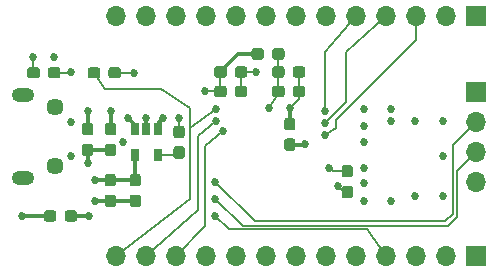
<source format=gbr>
G04 #@! TF.GenerationSoftware,KiCad,Pcbnew,(5.1.4)-1*
G04 #@! TF.CreationDate,2019-12-06T22:53:01-05:00*
G04 #@! TF.ProjectId,STM32G4DevBoard,53544d33-3247-4344-9465-76426f617264,rev?*
G04 #@! TF.SameCoordinates,Original*
G04 #@! TF.FileFunction,Copper,L4,Bot*
G04 #@! TF.FilePolarity,Positive*
%FSLAX46Y46*%
G04 Gerber Fmt 4.6, Leading zero omitted, Abs format (unit mm)*
G04 Created by KiCad (PCBNEW (5.1.4)-1) date 2019-12-06 22:53:01*
%MOMM*%
%LPD*%
G04 APERTURE LIST*
%ADD10C,0.100000*%
%ADD11C,0.950000*%
%ADD12O,1.700000X1.700000*%
%ADD13R,1.700000X1.700000*%
%ADD14O,1.900000X1.200000*%
%ADD15C,1.450000*%
%ADD16R,0.650000X1.060000*%
%ADD17C,0.685800*%
%ADD18C,0.203200*%
%ADD19C,0.152400*%
%ADD20C,0.304800*%
G04 APERTURE END LIST*
D10*
G36*
X117279379Y-85454344D02*
G01*
X117302434Y-85457763D01*
X117325043Y-85463427D01*
X117346987Y-85471279D01*
X117368057Y-85481244D01*
X117388048Y-85493226D01*
X117406768Y-85507110D01*
X117424038Y-85522762D01*
X117439690Y-85540032D01*
X117453574Y-85558752D01*
X117465556Y-85578743D01*
X117475521Y-85599813D01*
X117483373Y-85621757D01*
X117489037Y-85644366D01*
X117492456Y-85667421D01*
X117493600Y-85690700D01*
X117493600Y-86165700D01*
X117492456Y-86188979D01*
X117489037Y-86212034D01*
X117483373Y-86234643D01*
X117475521Y-86256587D01*
X117465556Y-86277657D01*
X117453574Y-86297648D01*
X117439690Y-86316368D01*
X117424038Y-86333638D01*
X117406768Y-86349290D01*
X117388048Y-86363174D01*
X117368057Y-86375156D01*
X117346987Y-86385121D01*
X117325043Y-86392973D01*
X117302434Y-86398637D01*
X117279379Y-86402056D01*
X117256100Y-86403200D01*
X116681100Y-86403200D01*
X116657821Y-86402056D01*
X116634766Y-86398637D01*
X116612157Y-86392973D01*
X116590213Y-86385121D01*
X116569143Y-86375156D01*
X116549152Y-86363174D01*
X116530432Y-86349290D01*
X116513162Y-86333638D01*
X116497510Y-86316368D01*
X116483626Y-86297648D01*
X116471644Y-86277657D01*
X116461679Y-86256587D01*
X116453827Y-86234643D01*
X116448163Y-86212034D01*
X116444744Y-86188979D01*
X116443600Y-86165700D01*
X116443600Y-85690700D01*
X116444744Y-85667421D01*
X116448163Y-85644366D01*
X116453827Y-85621757D01*
X116461679Y-85599813D01*
X116471644Y-85578743D01*
X116483626Y-85558752D01*
X116497510Y-85540032D01*
X116513162Y-85522762D01*
X116530432Y-85507110D01*
X116549152Y-85493226D01*
X116569143Y-85481244D01*
X116590213Y-85471279D01*
X116612157Y-85463427D01*
X116634766Y-85457763D01*
X116657821Y-85454344D01*
X116681100Y-85453200D01*
X117256100Y-85453200D01*
X117279379Y-85454344D01*
X117279379Y-85454344D01*
G37*
D11*
X116968600Y-85928200D03*
D10*
G36*
X115529379Y-85454344D02*
G01*
X115552434Y-85457763D01*
X115575043Y-85463427D01*
X115596987Y-85471279D01*
X115618057Y-85481244D01*
X115638048Y-85493226D01*
X115656768Y-85507110D01*
X115674038Y-85522762D01*
X115689690Y-85540032D01*
X115703574Y-85558752D01*
X115715556Y-85578743D01*
X115725521Y-85599813D01*
X115733373Y-85621757D01*
X115739037Y-85644366D01*
X115742456Y-85667421D01*
X115743600Y-85690700D01*
X115743600Y-86165700D01*
X115742456Y-86188979D01*
X115739037Y-86212034D01*
X115733373Y-86234643D01*
X115725521Y-86256587D01*
X115715556Y-86277657D01*
X115703574Y-86297648D01*
X115689690Y-86316368D01*
X115674038Y-86333638D01*
X115656768Y-86349290D01*
X115638048Y-86363174D01*
X115618057Y-86375156D01*
X115596987Y-86385121D01*
X115575043Y-86392973D01*
X115552434Y-86398637D01*
X115529379Y-86402056D01*
X115506100Y-86403200D01*
X114931100Y-86403200D01*
X114907821Y-86402056D01*
X114884766Y-86398637D01*
X114862157Y-86392973D01*
X114840213Y-86385121D01*
X114819143Y-86375156D01*
X114799152Y-86363174D01*
X114780432Y-86349290D01*
X114763162Y-86333638D01*
X114747510Y-86316368D01*
X114733626Y-86297648D01*
X114721644Y-86277657D01*
X114711679Y-86256587D01*
X114703827Y-86234643D01*
X114698163Y-86212034D01*
X114694744Y-86188979D01*
X114693600Y-86165700D01*
X114693600Y-85690700D01*
X114694744Y-85667421D01*
X114698163Y-85644366D01*
X114703827Y-85621757D01*
X114711679Y-85599813D01*
X114721644Y-85578743D01*
X114733626Y-85558752D01*
X114747510Y-85540032D01*
X114763162Y-85522762D01*
X114780432Y-85507110D01*
X114799152Y-85493226D01*
X114819143Y-85481244D01*
X114840213Y-85471279D01*
X114862157Y-85463427D01*
X114884766Y-85457763D01*
X114907821Y-85454344D01*
X114931100Y-85453200D01*
X115506100Y-85453200D01*
X115529379Y-85454344D01*
X115529379Y-85454344D01*
G37*
D11*
X115218600Y-85928200D03*
D10*
G36*
X132061379Y-91486344D02*
G01*
X132084434Y-91489763D01*
X132107043Y-91495427D01*
X132128987Y-91503279D01*
X132150057Y-91513244D01*
X132170048Y-91525226D01*
X132188768Y-91539110D01*
X132206038Y-91554762D01*
X132221690Y-91572032D01*
X132235574Y-91590752D01*
X132247556Y-91610743D01*
X132257521Y-91631813D01*
X132265373Y-91653757D01*
X132271037Y-91676366D01*
X132274456Y-91699421D01*
X132275600Y-91722700D01*
X132275600Y-92297700D01*
X132274456Y-92320979D01*
X132271037Y-92344034D01*
X132265373Y-92366643D01*
X132257521Y-92388587D01*
X132247556Y-92409657D01*
X132235574Y-92429648D01*
X132221690Y-92448368D01*
X132206038Y-92465638D01*
X132188768Y-92481290D01*
X132170048Y-92495174D01*
X132150057Y-92507156D01*
X132128987Y-92517121D01*
X132107043Y-92524973D01*
X132084434Y-92530637D01*
X132061379Y-92534056D01*
X132038100Y-92535200D01*
X131563100Y-92535200D01*
X131539821Y-92534056D01*
X131516766Y-92530637D01*
X131494157Y-92524973D01*
X131472213Y-92517121D01*
X131451143Y-92507156D01*
X131431152Y-92495174D01*
X131412432Y-92481290D01*
X131395162Y-92465638D01*
X131379510Y-92448368D01*
X131365626Y-92429648D01*
X131353644Y-92409657D01*
X131343679Y-92388587D01*
X131335827Y-92366643D01*
X131330163Y-92344034D01*
X131326744Y-92320979D01*
X131325600Y-92297700D01*
X131325600Y-91722700D01*
X131326744Y-91699421D01*
X131330163Y-91676366D01*
X131335827Y-91653757D01*
X131343679Y-91631813D01*
X131353644Y-91610743D01*
X131365626Y-91590752D01*
X131379510Y-91572032D01*
X131395162Y-91554762D01*
X131412432Y-91539110D01*
X131431152Y-91525226D01*
X131451143Y-91513244D01*
X131472213Y-91503279D01*
X131494157Y-91495427D01*
X131516766Y-91489763D01*
X131539821Y-91486344D01*
X131563100Y-91485200D01*
X132038100Y-91485200D01*
X132061379Y-91486344D01*
X132061379Y-91486344D01*
G37*
D11*
X131800600Y-92010200D03*
D10*
G36*
X132061379Y-89736344D02*
G01*
X132084434Y-89739763D01*
X132107043Y-89745427D01*
X132128987Y-89753279D01*
X132150057Y-89763244D01*
X132170048Y-89775226D01*
X132188768Y-89789110D01*
X132206038Y-89804762D01*
X132221690Y-89822032D01*
X132235574Y-89840752D01*
X132247556Y-89860743D01*
X132257521Y-89881813D01*
X132265373Y-89903757D01*
X132271037Y-89926366D01*
X132274456Y-89949421D01*
X132275600Y-89972700D01*
X132275600Y-90547700D01*
X132274456Y-90570979D01*
X132271037Y-90594034D01*
X132265373Y-90616643D01*
X132257521Y-90638587D01*
X132247556Y-90659657D01*
X132235574Y-90679648D01*
X132221690Y-90698368D01*
X132206038Y-90715638D01*
X132188768Y-90731290D01*
X132170048Y-90745174D01*
X132150057Y-90757156D01*
X132128987Y-90767121D01*
X132107043Y-90774973D01*
X132084434Y-90780637D01*
X132061379Y-90784056D01*
X132038100Y-90785200D01*
X131563100Y-90785200D01*
X131539821Y-90784056D01*
X131516766Y-90780637D01*
X131494157Y-90774973D01*
X131472213Y-90767121D01*
X131451143Y-90757156D01*
X131431152Y-90745174D01*
X131412432Y-90731290D01*
X131395162Y-90715638D01*
X131379510Y-90698368D01*
X131365626Y-90679648D01*
X131353644Y-90659657D01*
X131343679Y-90638587D01*
X131335827Y-90616643D01*
X131330163Y-90594034D01*
X131326744Y-90570979D01*
X131325600Y-90547700D01*
X131325600Y-89972700D01*
X131326744Y-89949421D01*
X131330163Y-89926366D01*
X131335827Y-89903757D01*
X131343679Y-89881813D01*
X131353644Y-89860743D01*
X131365626Y-89840752D01*
X131379510Y-89822032D01*
X131395162Y-89804762D01*
X131412432Y-89789110D01*
X131431152Y-89775226D01*
X131451143Y-89763244D01*
X131472213Y-89753279D01*
X131494157Y-89745427D01*
X131516766Y-89739763D01*
X131539821Y-89736344D01*
X131563100Y-89735200D01*
X132038100Y-89735200D01*
X132061379Y-89736344D01*
X132061379Y-89736344D01*
G37*
D11*
X131800600Y-90260200D03*
D12*
X117094000Y-101473000D03*
X119634000Y-101473000D03*
X122174000Y-101473000D03*
X124714000Y-101473000D03*
X127254000Y-101473000D03*
X129794000Y-101473000D03*
X132334000Y-101473000D03*
X134874000Y-101473000D03*
X137414000Y-101473000D03*
X139954000Y-101473000D03*
X142494000Y-101473000D03*
X145034000Y-101473000D03*
D13*
X147574000Y-101473000D03*
D12*
X117094000Y-81153000D03*
X119634000Y-81153000D03*
X122174000Y-81153000D03*
X124714000Y-81153000D03*
X127254000Y-81153000D03*
X129794000Y-81153000D03*
X132334000Y-81153000D03*
X134874000Y-81153000D03*
X137414000Y-81153000D03*
X139954000Y-81153000D03*
X142494000Y-81153000D03*
X145034000Y-81153000D03*
D13*
X147574000Y-81153000D03*
D14*
X109212400Y-94813000D03*
X109212400Y-87813000D03*
D15*
X111912400Y-93813000D03*
X111912400Y-88813000D03*
D10*
G36*
X114941779Y-91924544D02*
G01*
X114964834Y-91927963D01*
X114987443Y-91933627D01*
X115009387Y-91941479D01*
X115030457Y-91951444D01*
X115050448Y-91963426D01*
X115069168Y-91977310D01*
X115086438Y-91992962D01*
X115102090Y-92010232D01*
X115115974Y-92028952D01*
X115127956Y-92048943D01*
X115137921Y-92070013D01*
X115145773Y-92091957D01*
X115151437Y-92114566D01*
X115154856Y-92137621D01*
X115156000Y-92160900D01*
X115156000Y-92735900D01*
X115154856Y-92759179D01*
X115151437Y-92782234D01*
X115145773Y-92804843D01*
X115137921Y-92826787D01*
X115127956Y-92847857D01*
X115115974Y-92867848D01*
X115102090Y-92886568D01*
X115086438Y-92903838D01*
X115069168Y-92919490D01*
X115050448Y-92933374D01*
X115030457Y-92945356D01*
X115009387Y-92955321D01*
X114987443Y-92963173D01*
X114964834Y-92968837D01*
X114941779Y-92972256D01*
X114918500Y-92973400D01*
X114443500Y-92973400D01*
X114420221Y-92972256D01*
X114397166Y-92968837D01*
X114374557Y-92963173D01*
X114352613Y-92955321D01*
X114331543Y-92945356D01*
X114311552Y-92933374D01*
X114292832Y-92919490D01*
X114275562Y-92903838D01*
X114259910Y-92886568D01*
X114246026Y-92867848D01*
X114234044Y-92847857D01*
X114224079Y-92826787D01*
X114216227Y-92804843D01*
X114210563Y-92782234D01*
X114207144Y-92759179D01*
X114206000Y-92735900D01*
X114206000Y-92160900D01*
X114207144Y-92137621D01*
X114210563Y-92114566D01*
X114216227Y-92091957D01*
X114224079Y-92070013D01*
X114234044Y-92048943D01*
X114246026Y-92028952D01*
X114259910Y-92010232D01*
X114275562Y-91992962D01*
X114292832Y-91977310D01*
X114311552Y-91963426D01*
X114331543Y-91951444D01*
X114352613Y-91941479D01*
X114374557Y-91933627D01*
X114397166Y-91927963D01*
X114420221Y-91924544D01*
X114443500Y-91923400D01*
X114918500Y-91923400D01*
X114941779Y-91924544D01*
X114941779Y-91924544D01*
G37*
D11*
X114681000Y-92448400D03*
D10*
G36*
X114941779Y-90174544D02*
G01*
X114964834Y-90177963D01*
X114987443Y-90183627D01*
X115009387Y-90191479D01*
X115030457Y-90201444D01*
X115050448Y-90213426D01*
X115069168Y-90227310D01*
X115086438Y-90242962D01*
X115102090Y-90260232D01*
X115115974Y-90278952D01*
X115127956Y-90298943D01*
X115137921Y-90320013D01*
X115145773Y-90341957D01*
X115151437Y-90364566D01*
X115154856Y-90387621D01*
X115156000Y-90410900D01*
X115156000Y-90985900D01*
X115154856Y-91009179D01*
X115151437Y-91032234D01*
X115145773Y-91054843D01*
X115137921Y-91076787D01*
X115127956Y-91097857D01*
X115115974Y-91117848D01*
X115102090Y-91136568D01*
X115086438Y-91153838D01*
X115069168Y-91169490D01*
X115050448Y-91183374D01*
X115030457Y-91195356D01*
X115009387Y-91205321D01*
X114987443Y-91213173D01*
X114964834Y-91218837D01*
X114941779Y-91222256D01*
X114918500Y-91223400D01*
X114443500Y-91223400D01*
X114420221Y-91222256D01*
X114397166Y-91218837D01*
X114374557Y-91213173D01*
X114352613Y-91205321D01*
X114331543Y-91195356D01*
X114311552Y-91183374D01*
X114292832Y-91169490D01*
X114275562Y-91153838D01*
X114259910Y-91136568D01*
X114246026Y-91117848D01*
X114234044Y-91097857D01*
X114224079Y-91076787D01*
X114216227Y-91054843D01*
X114210563Y-91032234D01*
X114207144Y-91009179D01*
X114206000Y-90985900D01*
X114206000Y-90410900D01*
X114207144Y-90387621D01*
X114210563Y-90364566D01*
X114216227Y-90341957D01*
X114224079Y-90320013D01*
X114234044Y-90298943D01*
X114246026Y-90278952D01*
X114259910Y-90260232D01*
X114275562Y-90242962D01*
X114292832Y-90227310D01*
X114311552Y-90213426D01*
X114331543Y-90201444D01*
X114352613Y-90191479D01*
X114374557Y-90183627D01*
X114397166Y-90177963D01*
X114420221Y-90174544D01*
X114443500Y-90173400D01*
X114918500Y-90173400D01*
X114941779Y-90174544D01*
X114941779Y-90174544D01*
G37*
D11*
X114681000Y-90698400D03*
D10*
G36*
X132884779Y-85378144D02*
G01*
X132907834Y-85381563D01*
X132930443Y-85387227D01*
X132952387Y-85395079D01*
X132973457Y-85405044D01*
X132993448Y-85417026D01*
X133012168Y-85430910D01*
X133029438Y-85446562D01*
X133045090Y-85463832D01*
X133058974Y-85482552D01*
X133070956Y-85502543D01*
X133080921Y-85523613D01*
X133088773Y-85545557D01*
X133094437Y-85568166D01*
X133097856Y-85591221D01*
X133099000Y-85614500D01*
X133099000Y-86089500D01*
X133097856Y-86112779D01*
X133094437Y-86135834D01*
X133088773Y-86158443D01*
X133080921Y-86180387D01*
X133070956Y-86201457D01*
X133058974Y-86221448D01*
X133045090Y-86240168D01*
X133029438Y-86257438D01*
X133012168Y-86273090D01*
X132993448Y-86286974D01*
X132973457Y-86298956D01*
X132952387Y-86308921D01*
X132930443Y-86316773D01*
X132907834Y-86322437D01*
X132884779Y-86325856D01*
X132861500Y-86327000D01*
X132286500Y-86327000D01*
X132263221Y-86325856D01*
X132240166Y-86322437D01*
X132217557Y-86316773D01*
X132195613Y-86308921D01*
X132174543Y-86298956D01*
X132154552Y-86286974D01*
X132135832Y-86273090D01*
X132118562Y-86257438D01*
X132102910Y-86240168D01*
X132089026Y-86221448D01*
X132077044Y-86201457D01*
X132067079Y-86180387D01*
X132059227Y-86158443D01*
X132053563Y-86135834D01*
X132050144Y-86112779D01*
X132049000Y-86089500D01*
X132049000Y-85614500D01*
X132050144Y-85591221D01*
X132053563Y-85568166D01*
X132059227Y-85545557D01*
X132067079Y-85523613D01*
X132077044Y-85502543D01*
X132089026Y-85482552D01*
X132102910Y-85463832D01*
X132118562Y-85446562D01*
X132135832Y-85430910D01*
X132154552Y-85417026D01*
X132174543Y-85405044D01*
X132195613Y-85395079D01*
X132217557Y-85387227D01*
X132240166Y-85381563D01*
X132263221Y-85378144D01*
X132286500Y-85377000D01*
X132861500Y-85377000D01*
X132884779Y-85378144D01*
X132884779Y-85378144D01*
G37*
D11*
X132574000Y-85852000D03*
D10*
G36*
X131134779Y-85378144D02*
G01*
X131157834Y-85381563D01*
X131180443Y-85387227D01*
X131202387Y-85395079D01*
X131223457Y-85405044D01*
X131243448Y-85417026D01*
X131262168Y-85430910D01*
X131279438Y-85446562D01*
X131295090Y-85463832D01*
X131308974Y-85482552D01*
X131320956Y-85502543D01*
X131330921Y-85523613D01*
X131338773Y-85545557D01*
X131344437Y-85568166D01*
X131347856Y-85591221D01*
X131349000Y-85614500D01*
X131349000Y-86089500D01*
X131347856Y-86112779D01*
X131344437Y-86135834D01*
X131338773Y-86158443D01*
X131330921Y-86180387D01*
X131320956Y-86201457D01*
X131308974Y-86221448D01*
X131295090Y-86240168D01*
X131279438Y-86257438D01*
X131262168Y-86273090D01*
X131243448Y-86286974D01*
X131223457Y-86298956D01*
X131202387Y-86308921D01*
X131180443Y-86316773D01*
X131157834Y-86322437D01*
X131134779Y-86325856D01*
X131111500Y-86327000D01*
X130536500Y-86327000D01*
X130513221Y-86325856D01*
X130490166Y-86322437D01*
X130467557Y-86316773D01*
X130445613Y-86308921D01*
X130424543Y-86298956D01*
X130404552Y-86286974D01*
X130385832Y-86273090D01*
X130368562Y-86257438D01*
X130352910Y-86240168D01*
X130339026Y-86221448D01*
X130327044Y-86201457D01*
X130317079Y-86180387D01*
X130309227Y-86158443D01*
X130303563Y-86135834D01*
X130300144Y-86112779D01*
X130299000Y-86089500D01*
X130299000Y-85614500D01*
X130300144Y-85591221D01*
X130303563Y-85568166D01*
X130309227Y-85545557D01*
X130317079Y-85523613D01*
X130327044Y-85502543D01*
X130339026Y-85482552D01*
X130352910Y-85463832D01*
X130368562Y-85446562D01*
X130385832Y-85430910D01*
X130404552Y-85417026D01*
X130424543Y-85405044D01*
X130445613Y-85395079D01*
X130467557Y-85387227D01*
X130490166Y-85381563D01*
X130513221Y-85378144D01*
X130536500Y-85377000D01*
X131111500Y-85377000D01*
X131134779Y-85378144D01*
X131134779Y-85378144D01*
G37*
D11*
X130824000Y-85852000D03*
D16*
X118699880Y-92903400D03*
X120599880Y-92903400D03*
X120599880Y-90703400D03*
X119649880Y-90703400D03*
X118699880Y-90703400D03*
D10*
G36*
X113566779Y-97570144D02*
G01*
X113589834Y-97573563D01*
X113612443Y-97579227D01*
X113634387Y-97587079D01*
X113655457Y-97597044D01*
X113675448Y-97609026D01*
X113694168Y-97622910D01*
X113711438Y-97638562D01*
X113727090Y-97655832D01*
X113740974Y-97674552D01*
X113752956Y-97694543D01*
X113762921Y-97715613D01*
X113770773Y-97737557D01*
X113776437Y-97760166D01*
X113779856Y-97783221D01*
X113781000Y-97806500D01*
X113781000Y-98281500D01*
X113779856Y-98304779D01*
X113776437Y-98327834D01*
X113770773Y-98350443D01*
X113762921Y-98372387D01*
X113752956Y-98393457D01*
X113740974Y-98413448D01*
X113727090Y-98432168D01*
X113711438Y-98449438D01*
X113694168Y-98465090D01*
X113675448Y-98478974D01*
X113655457Y-98490956D01*
X113634387Y-98500921D01*
X113612443Y-98508773D01*
X113589834Y-98514437D01*
X113566779Y-98517856D01*
X113543500Y-98519000D01*
X112968500Y-98519000D01*
X112945221Y-98517856D01*
X112922166Y-98514437D01*
X112899557Y-98508773D01*
X112877613Y-98500921D01*
X112856543Y-98490956D01*
X112836552Y-98478974D01*
X112817832Y-98465090D01*
X112800562Y-98449438D01*
X112784910Y-98432168D01*
X112771026Y-98413448D01*
X112759044Y-98393457D01*
X112749079Y-98372387D01*
X112741227Y-98350443D01*
X112735563Y-98327834D01*
X112732144Y-98304779D01*
X112731000Y-98281500D01*
X112731000Y-97806500D01*
X112732144Y-97783221D01*
X112735563Y-97760166D01*
X112741227Y-97737557D01*
X112749079Y-97715613D01*
X112759044Y-97694543D01*
X112771026Y-97674552D01*
X112784910Y-97655832D01*
X112800562Y-97638562D01*
X112817832Y-97622910D01*
X112836552Y-97609026D01*
X112856543Y-97597044D01*
X112877613Y-97587079D01*
X112899557Y-97579227D01*
X112922166Y-97573563D01*
X112945221Y-97570144D01*
X112968500Y-97569000D01*
X113543500Y-97569000D01*
X113566779Y-97570144D01*
X113566779Y-97570144D01*
G37*
D11*
X113256000Y-98044000D03*
D10*
G36*
X111816779Y-97570144D02*
G01*
X111839834Y-97573563D01*
X111862443Y-97579227D01*
X111884387Y-97587079D01*
X111905457Y-97597044D01*
X111925448Y-97609026D01*
X111944168Y-97622910D01*
X111961438Y-97638562D01*
X111977090Y-97655832D01*
X111990974Y-97674552D01*
X112002956Y-97694543D01*
X112012921Y-97715613D01*
X112020773Y-97737557D01*
X112026437Y-97760166D01*
X112029856Y-97783221D01*
X112031000Y-97806500D01*
X112031000Y-98281500D01*
X112029856Y-98304779D01*
X112026437Y-98327834D01*
X112020773Y-98350443D01*
X112012921Y-98372387D01*
X112002956Y-98393457D01*
X111990974Y-98413448D01*
X111977090Y-98432168D01*
X111961438Y-98449438D01*
X111944168Y-98465090D01*
X111925448Y-98478974D01*
X111905457Y-98490956D01*
X111884387Y-98500921D01*
X111862443Y-98508773D01*
X111839834Y-98514437D01*
X111816779Y-98517856D01*
X111793500Y-98519000D01*
X111218500Y-98519000D01*
X111195221Y-98517856D01*
X111172166Y-98514437D01*
X111149557Y-98508773D01*
X111127613Y-98500921D01*
X111106543Y-98490956D01*
X111086552Y-98478974D01*
X111067832Y-98465090D01*
X111050562Y-98449438D01*
X111034910Y-98432168D01*
X111021026Y-98413448D01*
X111009044Y-98393457D01*
X110999079Y-98372387D01*
X110991227Y-98350443D01*
X110985563Y-98327834D01*
X110982144Y-98304779D01*
X110981000Y-98281500D01*
X110981000Y-97806500D01*
X110982144Y-97783221D01*
X110985563Y-97760166D01*
X110991227Y-97737557D01*
X110999079Y-97715613D01*
X111009044Y-97694543D01*
X111021026Y-97674552D01*
X111034910Y-97655832D01*
X111050562Y-97638562D01*
X111067832Y-97622910D01*
X111086552Y-97609026D01*
X111106543Y-97597044D01*
X111127613Y-97587079D01*
X111149557Y-97579227D01*
X111172166Y-97573563D01*
X111195221Y-97570144D01*
X111218500Y-97569000D01*
X111793500Y-97569000D01*
X111816779Y-97570144D01*
X111816779Y-97570144D01*
G37*
D11*
X111506000Y-98044000D03*
D10*
G36*
X131134779Y-87029144D02*
G01*
X131157834Y-87032563D01*
X131180443Y-87038227D01*
X131202387Y-87046079D01*
X131223457Y-87056044D01*
X131243448Y-87068026D01*
X131262168Y-87081910D01*
X131279438Y-87097562D01*
X131295090Y-87114832D01*
X131308974Y-87133552D01*
X131320956Y-87153543D01*
X131330921Y-87174613D01*
X131338773Y-87196557D01*
X131344437Y-87219166D01*
X131347856Y-87242221D01*
X131349000Y-87265500D01*
X131349000Y-87740500D01*
X131347856Y-87763779D01*
X131344437Y-87786834D01*
X131338773Y-87809443D01*
X131330921Y-87831387D01*
X131320956Y-87852457D01*
X131308974Y-87872448D01*
X131295090Y-87891168D01*
X131279438Y-87908438D01*
X131262168Y-87924090D01*
X131243448Y-87937974D01*
X131223457Y-87949956D01*
X131202387Y-87959921D01*
X131180443Y-87967773D01*
X131157834Y-87973437D01*
X131134779Y-87976856D01*
X131111500Y-87978000D01*
X130536500Y-87978000D01*
X130513221Y-87976856D01*
X130490166Y-87973437D01*
X130467557Y-87967773D01*
X130445613Y-87959921D01*
X130424543Y-87949956D01*
X130404552Y-87937974D01*
X130385832Y-87924090D01*
X130368562Y-87908438D01*
X130352910Y-87891168D01*
X130339026Y-87872448D01*
X130327044Y-87852457D01*
X130317079Y-87831387D01*
X130309227Y-87809443D01*
X130303563Y-87786834D01*
X130300144Y-87763779D01*
X130299000Y-87740500D01*
X130299000Y-87265500D01*
X130300144Y-87242221D01*
X130303563Y-87219166D01*
X130309227Y-87196557D01*
X130317079Y-87174613D01*
X130327044Y-87153543D01*
X130339026Y-87133552D01*
X130352910Y-87114832D01*
X130368562Y-87097562D01*
X130385832Y-87081910D01*
X130404552Y-87068026D01*
X130424543Y-87056044D01*
X130445613Y-87046079D01*
X130467557Y-87038227D01*
X130490166Y-87032563D01*
X130513221Y-87029144D01*
X130536500Y-87028000D01*
X131111500Y-87028000D01*
X131134779Y-87029144D01*
X131134779Y-87029144D01*
G37*
D11*
X130824000Y-87503000D03*
D10*
G36*
X132884779Y-87029144D02*
G01*
X132907834Y-87032563D01*
X132930443Y-87038227D01*
X132952387Y-87046079D01*
X132973457Y-87056044D01*
X132993448Y-87068026D01*
X133012168Y-87081910D01*
X133029438Y-87097562D01*
X133045090Y-87114832D01*
X133058974Y-87133552D01*
X133070956Y-87153543D01*
X133080921Y-87174613D01*
X133088773Y-87196557D01*
X133094437Y-87219166D01*
X133097856Y-87242221D01*
X133099000Y-87265500D01*
X133099000Y-87740500D01*
X133097856Y-87763779D01*
X133094437Y-87786834D01*
X133088773Y-87809443D01*
X133080921Y-87831387D01*
X133070956Y-87852457D01*
X133058974Y-87872448D01*
X133045090Y-87891168D01*
X133029438Y-87908438D01*
X133012168Y-87924090D01*
X132993448Y-87937974D01*
X132973457Y-87949956D01*
X132952387Y-87959921D01*
X132930443Y-87967773D01*
X132907834Y-87973437D01*
X132884779Y-87976856D01*
X132861500Y-87978000D01*
X132286500Y-87978000D01*
X132263221Y-87976856D01*
X132240166Y-87973437D01*
X132217557Y-87967773D01*
X132195613Y-87959921D01*
X132174543Y-87949956D01*
X132154552Y-87937974D01*
X132135832Y-87924090D01*
X132118562Y-87908438D01*
X132102910Y-87891168D01*
X132089026Y-87872448D01*
X132077044Y-87852457D01*
X132067079Y-87831387D01*
X132059227Y-87809443D01*
X132053563Y-87786834D01*
X132050144Y-87763779D01*
X132049000Y-87740500D01*
X132049000Y-87265500D01*
X132050144Y-87242221D01*
X132053563Y-87219166D01*
X132059227Y-87196557D01*
X132067079Y-87174613D01*
X132077044Y-87153543D01*
X132089026Y-87133552D01*
X132102910Y-87114832D01*
X132118562Y-87097562D01*
X132135832Y-87081910D01*
X132154552Y-87068026D01*
X132174543Y-87056044D01*
X132195613Y-87046079D01*
X132217557Y-87038227D01*
X132240166Y-87032563D01*
X132263221Y-87029144D01*
X132286500Y-87028000D01*
X132861500Y-87028000D01*
X132884779Y-87029144D01*
X132884779Y-87029144D01*
G37*
D11*
X132574000Y-87503000D03*
D10*
G36*
X126232579Y-85378144D02*
G01*
X126255634Y-85381563D01*
X126278243Y-85387227D01*
X126300187Y-85395079D01*
X126321257Y-85405044D01*
X126341248Y-85417026D01*
X126359968Y-85430910D01*
X126377238Y-85446562D01*
X126392890Y-85463832D01*
X126406774Y-85482552D01*
X126418756Y-85502543D01*
X126428721Y-85523613D01*
X126436573Y-85545557D01*
X126442237Y-85568166D01*
X126445656Y-85591221D01*
X126446800Y-85614500D01*
X126446800Y-86089500D01*
X126445656Y-86112779D01*
X126442237Y-86135834D01*
X126436573Y-86158443D01*
X126428721Y-86180387D01*
X126418756Y-86201457D01*
X126406774Y-86221448D01*
X126392890Y-86240168D01*
X126377238Y-86257438D01*
X126359968Y-86273090D01*
X126341248Y-86286974D01*
X126321257Y-86298956D01*
X126300187Y-86308921D01*
X126278243Y-86316773D01*
X126255634Y-86322437D01*
X126232579Y-86325856D01*
X126209300Y-86327000D01*
X125634300Y-86327000D01*
X125611021Y-86325856D01*
X125587966Y-86322437D01*
X125565357Y-86316773D01*
X125543413Y-86308921D01*
X125522343Y-86298956D01*
X125502352Y-86286974D01*
X125483632Y-86273090D01*
X125466362Y-86257438D01*
X125450710Y-86240168D01*
X125436826Y-86221448D01*
X125424844Y-86201457D01*
X125414879Y-86180387D01*
X125407027Y-86158443D01*
X125401363Y-86135834D01*
X125397944Y-86112779D01*
X125396800Y-86089500D01*
X125396800Y-85614500D01*
X125397944Y-85591221D01*
X125401363Y-85568166D01*
X125407027Y-85545557D01*
X125414879Y-85523613D01*
X125424844Y-85502543D01*
X125436826Y-85482552D01*
X125450710Y-85463832D01*
X125466362Y-85446562D01*
X125483632Y-85430910D01*
X125502352Y-85417026D01*
X125522343Y-85405044D01*
X125543413Y-85395079D01*
X125565357Y-85387227D01*
X125587966Y-85381563D01*
X125611021Y-85378144D01*
X125634300Y-85377000D01*
X126209300Y-85377000D01*
X126232579Y-85378144D01*
X126232579Y-85378144D01*
G37*
D11*
X125921800Y-85852000D03*
D10*
G36*
X127982579Y-85378144D02*
G01*
X128005634Y-85381563D01*
X128028243Y-85387227D01*
X128050187Y-85395079D01*
X128071257Y-85405044D01*
X128091248Y-85417026D01*
X128109968Y-85430910D01*
X128127238Y-85446562D01*
X128142890Y-85463832D01*
X128156774Y-85482552D01*
X128168756Y-85502543D01*
X128178721Y-85523613D01*
X128186573Y-85545557D01*
X128192237Y-85568166D01*
X128195656Y-85591221D01*
X128196800Y-85614500D01*
X128196800Y-86089500D01*
X128195656Y-86112779D01*
X128192237Y-86135834D01*
X128186573Y-86158443D01*
X128178721Y-86180387D01*
X128168756Y-86201457D01*
X128156774Y-86221448D01*
X128142890Y-86240168D01*
X128127238Y-86257438D01*
X128109968Y-86273090D01*
X128091248Y-86286974D01*
X128071257Y-86298956D01*
X128050187Y-86308921D01*
X128028243Y-86316773D01*
X128005634Y-86322437D01*
X127982579Y-86325856D01*
X127959300Y-86327000D01*
X127384300Y-86327000D01*
X127361021Y-86325856D01*
X127337966Y-86322437D01*
X127315357Y-86316773D01*
X127293413Y-86308921D01*
X127272343Y-86298956D01*
X127252352Y-86286974D01*
X127233632Y-86273090D01*
X127216362Y-86257438D01*
X127200710Y-86240168D01*
X127186826Y-86221448D01*
X127174844Y-86201457D01*
X127164879Y-86180387D01*
X127157027Y-86158443D01*
X127151363Y-86135834D01*
X127147944Y-86112779D01*
X127146800Y-86089500D01*
X127146800Y-85614500D01*
X127147944Y-85591221D01*
X127151363Y-85568166D01*
X127157027Y-85545557D01*
X127164879Y-85523613D01*
X127174844Y-85502543D01*
X127186826Y-85482552D01*
X127200710Y-85463832D01*
X127216362Y-85446562D01*
X127233632Y-85430910D01*
X127252352Y-85417026D01*
X127272343Y-85405044D01*
X127293413Y-85395079D01*
X127315357Y-85387227D01*
X127337966Y-85381563D01*
X127361021Y-85378144D01*
X127384300Y-85377000D01*
X127959300Y-85377000D01*
X127982579Y-85378144D01*
X127982579Y-85378144D01*
G37*
D11*
X127671800Y-85852000D03*
D10*
G36*
X136912779Y-93738144D02*
G01*
X136935834Y-93741563D01*
X136958443Y-93747227D01*
X136980387Y-93755079D01*
X137001457Y-93765044D01*
X137021448Y-93777026D01*
X137040168Y-93790910D01*
X137057438Y-93806562D01*
X137073090Y-93823832D01*
X137086974Y-93842552D01*
X137098956Y-93862543D01*
X137108921Y-93883613D01*
X137116773Y-93905557D01*
X137122437Y-93928166D01*
X137125856Y-93951221D01*
X137127000Y-93974500D01*
X137127000Y-94549500D01*
X137125856Y-94572779D01*
X137122437Y-94595834D01*
X137116773Y-94618443D01*
X137108921Y-94640387D01*
X137098956Y-94661457D01*
X137086974Y-94681448D01*
X137073090Y-94700168D01*
X137057438Y-94717438D01*
X137040168Y-94733090D01*
X137021448Y-94746974D01*
X137001457Y-94758956D01*
X136980387Y-94768921D01*
X136958443Y-94776773D01*
X136935834Y-94782437D01*
X136912779Y-94785856D01*
X136889500Y-94787000D01*
X136414500Y-94787000D01*
X136391221Y-94785856D01*
X136368166Y-94782437D01*
X136345557Y-94776773D01*
X136323613Y-94768921D01*
X136302543Y-94758956D01*
X136282552Y-94746974D01*
X136263832Y-94733090D01*
X136246562Y-94717438D01*
X136230910Y-94700168D01*
X136217026Y-94681448D01*
X136205044Y-94661457D01*
X136195079Y-94640387D01*
X136187227Y-94618443D01*
X136181563Y-94595834D01*
X136178144Y-94572779D01*
X136177000Y-94549500D01*
X136177000Y-93974500D01*
X136178144Y-93951221D01*
X136181563Y-93928166D01*
X136187227Y-93905557D01*
X136195079Y-93883613D01*
X136205044Y-93862543D01*
X136217026Y-93842552D01*
X136230910Y-93823832D01*
X136246562Y-93806562D01*
X136263832Y-93790910D01*
X136282552Y-93777026D01*
X136302543Y-93765044D01*
X136323613Y-93755079D01*
X136345557Y-93747227D01*
X136368166Y-93741563D01*
X136391221Y-93738144D01*
X136414500Y-93737000D01*
X136889500Y-93737000D01*
X136912779Y-93738144D01*
X136912779Y-93738144D01*
G37*
D11*
X136652000Y-94262000D03*
D10*
G36*
X136912779Y-95488144D02*
G01*
X136935834Y-95491563D01*
X136958443Y-95497227D01*
X136980387Y-95505079D01*
X137001457Y-95515044D01*
X137021448Y-95527026D01*
X137040168Y-95540910D01*
X137057438Y-95556562D01*
X137073090Y-95573832D01*
X137086974Y-95592552D01*
X137098956Y-95612543D01*
X137108921Y-95633613D01*
X137116773Y-95655557D01*
X137122437Y-95678166D01*
X137125856Y-95701221D01*
X137127000Y-95724500D01*
X137127000Y-96299500D01*
X137125856Y-96322779D01*
X137122437Y-96345834D01*
X137116773Y-96368443D01*
X137108921Y-96390387D01*
X137098956Y-96411457D01*
X137086974Y-96431448D01*
X137073090Y-96450168D01*
X137057438Y-96467438D01*
X137040168Y-96483090D01*
X137021448Y-96496974D01*
X137001457Y-96508956D01*
X136980387Y-96518921D01*
X136958443Y-96526773D01*
X136935834Y-96532437D01*
X136912779Y-96535856D01*
X136889500Y-96537000D01*
X136414500Y-96537000D01*
X136391221Y-96535856D01*
X136368166Y-96532437D01*
X136345557Y-96526773D01*
X136323613Y-96518921D01*
X136302543Y-96508956D01*
X136282552Y-96496974D01*
X136263832Y-96483090D01*
X136246562Y-96467438D01*
X136230910Y-96450168D01*
X136217026Y-96431448D01*
X136205044Y-96411457D01*
X136195079Y-96390387D01*
X136187227Y-96368443D01*
X136181563Y-96345834D01*
X136178144Y-96322779D01*
X136177000Y-96299500D01*
X136177000Y-95724500D01*
X136178144Y-95701221D01*
X136181563Y-95678166D01*
X136187227Y-95655557D01*
X136195079Y-95633613D01*
X136205044Y-95612543D01*
X136217026Y-95592552D01*
X136230910Y-95573832D01*
X136246562Y-95556562D01*
X136263832Y-95540910D01*
X136282552Y-95527026D01*
X136302543Y-95515044D01*
X136323613Y-95505079D01*
X136345557Y-95497227D01*
X136368166Y-95491563D01*
X136391221Y-95488144D01*
X136414500Y-95487000D01*
X136889500Y-95487000D01*
X136912779Y-95488144D01*
X136912779Y-95488144D01*
G37*
D11*
X136652000Y-96012000D03*
D10*
G36*
X126232579Y-87029144D02*
G01*
X126255634Y-87032563D01*
X126278243Y-87038227D01*
X126300187Y-87046079D01*
X126321257Y-87056044D01*
X126341248Y-87068026D01*
X126359968Y-87081910D01*
X126377238Y-87097562D01*
X126392890Y-87114832D01*
X126406774Y-87133552D01*
X126418756Y-87153543D01*
X126428721Y-87174613D01*
X126436573Y-87196557D01*
X126442237Y-87219166D01*
X126445656Y-87242221D01*
X126446800Y-87265500D01*
X126446800Y-87740500D01*
X126445656Y-87763779D01*
X126442237Y-87786834D01*
X126436573Y-87809443D01*
X126428721Y-87831387D01*
X126418756Y-87852457D01*
X126406774Y-87872448D01*
X126392890Y-87891168D01*
X126377238Y-87908438D01*
X126359968Y-87924090D01*
X126341248Y-87937974D01*
X126321257Y-87949956D01*
X126300187Y-87959921D01*
X126278243Y-87967773D01*
X126255634Y-87973437D01*
X126232579Y-87976856D01*
X126209300Y-87978000D01*
X125634300Y-87978000D01*
X125611021Y-87976856D01*
X125587966Y-87973437D01*
X125565357Y-87967773D01*
X125543413Y-87959921D01*
X125522343Y-87949956D01*
X125502352Y-87937974D01*
X125483632Y-87924090D01*
X125466362Y-87908438D01*
X125450710Y-87891168D01*
X125436826Y-87872448D01*
X125424844Y-87852457D01*
X125414879Y-87831387D01*
X125407027Y-87809443D01*
X125401363Y-87786834D01*
X125397944Y-87763779D01*
X125396800Y-87740500D01*
X125396800Y-87265500D01*
X125397944Y-87242221D01*
X125401363Y-87219166D01*
X125407027Y-87196557D01*
X125414879Y-87174613D01*
X125424844Y-87153543D01*
X125436826Y-87133552D01*
X125450710Y-87114832D01*
X125466362Y-87097562D01*
X125483632Y-87081910D01*
X125502352Y-87068026D01*
X125522343Y-87056044D01*
X125543413Y-87046079D01*
X125565357Y-87038227D01*
X125587966Y-87032563D01*
X125611021Y-87029144D01*
X125634300Y-87028000D01*
X126209300Y-87028000D01*
X126232579Y-87029144D01*
X126232579Y-87029144D01*
G37*
D11*
X125921800Y-87503000D03*
D10*
G36*
X127982579Y-87029144D02*
G01*
X128005634Y-87032563D01*
X128028243Y-87038227D01*
X128050187Y-87046079D01*
X128071257Y-87056044D01*
X128091248Y-87068026D01*
X128109968Y-87081910D01*
X128127238Y-87097562D01*
X128142890Y-87114832D01*
X128156774Y-87133552D01*
X128168756Y-87153543D01*
X128178721Y-87174613D01*
X128186573Y-87196557D01*
X128192237Y-87219166D01*
X128195656Y-87242221D01*
X128196800Y-87265500D01*
X128196800Y-87740500D01*
X128195656Y-87763779D01*
X128192237Y-87786834D01*
X128186573Y-87809443D01*
X128178721Y-87831387D01*
X128168756Y-87852457D01*
X128156774Y-87872448D01*
X128142890Y-87891168D01*
X128127238Y-87908438D01*
X128109968Y-87924090D01*
X128091248Y-87937974D01*
X128071257Y-87949956D01*
X128050187Y-87959921D01*
X128028243Y-87967773D01*
X128005634Y-87973437D01*
X127982579Y-87976856D01*
X127959300Y-87978000D01*
X127384300Y-87978000D01*
X127361021Y-87976856D01*
X127337966Y-87973437D01*
X127315357Y-87967773D01*
X127293413Y-87959921D01*
X127272343Y-87949956D01*
X127252352Y-87937974D01*
X127233632Y-87924090D01*
X127216362Y-87908438D01*
X127200710Y-87891168D01*
X127186826Y-87872448D01*
X127174844Y-87852457D01*
X127164879Y-87831387D01*
X127157027Y-87809443D01*
X127151363Y-87786834D01*
X127147944Y-87763779D01*
X127146800Y-87740500D01*
X127146800Y-87265500D01*
X127147944Y-87242221D01*
X127151363Y-87219166D01*
X127157027Y-87196557D01*
X127164879Y-87174613D01*
X127174844Y-87153543D01*
X127186826Y-87133552D01*
X127200710Y-87114832D01*
X127216362Y-87097562D01*
X127233632Y-87081910D01*
X127252352Y-87068026D01*
X127272343Y-87056044D01*
X127293413Y-87046079D01*
X127315357Y-87038227D01*
X127337966Y-87032563D01*
X127361021Y-87029144D01*
X127384300Y-87028000D01*
X127959300Y-87028000D01*
X127982579Y-87029144D01*
X127982579Y-87029144D01*
G37*
D11*
X127671800Y-87503000D03*
D10*
G36*
X116891219Y-91924544D02*
G01*
X116914274Y-91927963D01*
X116936883Y-91933627D01*
X116958827Y-91941479D01*
X116979897Y-91951444D01*
X116999888Y-91963426D01*
X117018608Y-91977310D01*
X117035878Y-91992962D01*
X117051530Y-92010232D01*
X117065414Y-92028952D01*
X117077396Y-92048943D01*
X117087361Y-92070013D01*
X117095213Y-92091957D01*
X117100877Y-92114566D01*
X117104296Y-92137621D01*
X117105440Y-92160900D01*
X117105440Y-92735900D01*
X117104296Y-92759179D01*
X117100877Y-92782234D01*
X117095213Y-92804843D01*
X117087361Y-92826787D01*
X117077396Y-92847857D01*
X117065414Y-92867848D01*
X117051530Y-92886568D01*
X117035878Y-92903838D01*
X117018608Y-92919490D01*
X116999888Y-92933374D01*
X116979897Y-92945356D01*
X116958827Y-92955321D01*
X116936883Y-92963173D01*
X116914274Y-92968837D01*
X116891219Y-92972256D01*
X116867940Y-92973400D01*
X116392940Y-92973400D01*
X116369661Y-92972256D01*
X116346606Y-92968837D01*
X116323997Y-92963173D01*
X116302053Y-92955321D01*
X116280983Y-92945356D01*
X116260992Y-92933374D01*
X116242272Y-92919490D01*
X116225002Y-92903838D01*
X116209350Y-92886568D01*
X116195466Y-92867848D01*
X116183484Y-92847857D01*
X116173519Y-92826787D01*
X116165667Y-92804843D01*
X116160003Y-92782234D01*
X116156584Y-92759179D01*
X116155440Y-92735900D01*
X116155440Y-92160900D01*
X116156584Y-92137621D01*
X116160003Y-92114566D01*
X116165667Y-92091957D01*
X116173519Y-92070013D01*
X116183484Y-92048943D01*
X116195466Y-92028952D01*
X116209350Y-92010232D01*
X116225002Y-91992962D01*
X116242272Y-91977310D01*
X116260992Y-91963426D01*
X116280983Y-91951444D01*
X116302053Y-91941479D01*
X116323997Y-91933627D01*
X116346606Y-91927963D01*
X116369661Y-91924544D01*
X116392940Y-91923400D01*
X116867940Y-91923400D01*
X116891219Y-91924544D01*
X116891219Y-91924544D01*
G37*
D11*
X116630440Y-92448400D03*
D10*
G36*
X116891219Y-90174544D02*
G01*
X116914274Y-90177963D01*
X116936883Y-90183627D01*
X116958827Y-90191479D01*
X116979897Y-90201444D01*
X116999888Y-90213426D01*
X117018608Y-90227310D01*
X117035878Y-90242962D01*
X117051530Y-90260232D01*
X117065414Y-90278952D01*
X117077396Y-90298943D01*
X117087361Y-90320013D01*
X117095213Y-90341957D01*
X117100877Y-90364566D01*
X117104296Y-90387621D01*
X117105440Y-90410900D01*
X117105440Y-90985900D01*
X117104296Y-91009179D01*
X117100877Y-91032234D01*
X117095213Y-91054843D01*
X117087361Y-91076787D01*
X117077396Y-91097857D01*
X117065414Y-91117848D01*
X117051530Y-91136568D01*
X117035878Y-91153838D01*
X117018608Y-91169490D01*
X116999888Y-91183374D01*
X116979897Y-91195356D01*
X116958827Y-91205321D01*
X116936883Y-91213173D01*
X116914274Y-91218837D01*
X116891219Y-91222256D01*
X116867940Y-91223400D01*
X116392940Y-91223400D01*
X116369661Y-91222256D01*
X116346606Y-91218837D01*
X116323997Y-91213173D01*
X116302053Y-91205321D01*
X116280983Y-91195356D01*
X116260992Y-91183374D01*
X116242272Y-91169490D01*
X116225002Y-91153838D01*
X116209350Y-91136568D01*
X116195466Y-91117848D01*
X116183484Y-91097857D01*
X116173519Y-91076787D01*
X116165667Y-91054843D01*
X116160003Y-91032234D01*
X116156584Y-91009179D01*
X116155440Y-90985900D01*
X116155440Y-90410900D01*
X116156584Y-90387621D01*
X116160003Y-90364566D01*
X116165667Y-90341957D01*
X116173519Y-90320013D01*
X116183484Y-90298943D01*
X116195466Y-90278952D01*
X116209350Y-90260232D01*
X116225002Y-90242962D01*
X116242272Y-90227310D01*
X116260992Y-90213426D01*
X116280983Y-90201444D01*
X116302053Y-90191479D01*
X116323997Y-90183627D01*
X116346606Y-90177963D01*
X116369661Y-90174544D01*
X116392940Y-90173400D01*
X116867940Y-90173400D01*
X116891219Y-90174544D01*
X116891219Y-90174544D01*
G37*
D11*
X116630440Y-90698400D03*
D10*
G36*
X122676099Y-92154544D02*
G01*
X122699154Y-92157963D01*
X122721763Y-92163627D01*
X122743707Y-92171479D01*
X122764777Y-92181444D01*
X122784768Y-92193426D01*
X122803488Y-92207310D01*
X122820758Y-92222962D01*
X122836410Y-92240232D01*
X122850294Y-92258952D01*
X122862276Y-92278943D01*
X122872241Y-92300013D01*
X122880093Y-92321957D01*
X122885757Y-92344566D01*
X122889176Y-92367621D01*
X122890320Y-92390900D01*
X122890320Y-92965900D01*
X122889176Y-92989179D01*
X122885757Y-93012234D01*
X122880093Y-93034843D01*
X122872241Y-93056787D01*
X122862276Y-93077857D01*
X122850294Y-93097848D01*
X122836410Y-93116568D01*
X122820758Y-93133838D01*
X122803488Y-93149490D01*
X122784768Y-93163374D01*
X122764777Y-93175356D01*
X122743707Y-93185321D01*
X122721763Y-93193173D01*
X122699154Y-93198837D01*
X122676099Y-93202256D01*
X122652820Y-93203400D01*
X122177820Y-93203400D01*
X122154541Y-93202256D01*
X122131486Y-93198837D01*
X122108877Y-93193173D01*
X122086933Y-93185321D01*
X122065863Y-93175356D01*
X122045872Y-93163374D01*
X122027152Y-93149490D01*
X122009882Y-93133838D01*
X121994230Y-93116568D01*
X121980346Y-93097848D01*
X121968364Y-93077857D01*
X121958399Y-93056787D01*
X121950547Y-93034843D01*
X121944883Y-93012234D01*
X121941464Y-92989179D01*
X121940320Y-92965900D01*
X121940320Y-92390900D01*
X121941464Y-92367621D01*
X121944883Y-92344566D01*
X121950547Y-92321957D01*
X121958399Y-92300013D01*
X121968364Y-92278943D01*
X121980346Y-92258952D01*
X121994230Y-92240232D01*
X122009882Y-92222962D01*
X122027152Y-92207310D01*
X122045872Y-92193426D01*
X122065863Y-92181444D01*
X122086933Y-92171479D01*
X122108877Y-92163627D01*
X122131486Y-92157963D01*
X122154541Y-92154544D01*
X122177820Y-92153400D01*
X122652820Y-92153400D01*
X122676099Y-92154544D01*
X122676099Y-92154544D01*
G37*
D11*
X122415320Y-92678400D03*
D10*
G36*
X122676099Y-90404544D02*
G01*
X122699154Y-90407963D01*
X122721763Y-90413627D01*
X122743707Y-90421479D01*
X122764777Y-90431444D01*
X122784768Y-90443426D01*
X122803488Y-90457310D01*
X122820758Y-90472962D01*
X122836410Y-90490232D01*
X122850294Y-90508952D01*
X122862276Y-90528943D01*
X122872241Y-90550013D01*
X122880093Y-90571957D01*
X122885757Y-90594566D01*
X122889176Y-90617621D01*
X122890320Y-90640900D01*
X122890320Y-91215900D01*
X122889176Y-91239179D01*
X122885757Y-91262234D01*
X122880093Y-91284843D01*
X122872241Y-91306787D01*
X122862276Y-91327857D01*
X122850294Y-91347848D01*
X122836410Y-91366568D01*
X122820758Y-91383838D01*
X122803488Y-91399490D01*
X122784768Y-91413374D01*
X122764777Y-91425356D01*
X122743707Y-91435321D01*
X122721763Y-91443173D01*
X122699154Y-91448837D01*
X122676099Y-91452256D01*
X122652820Y-91453400D01*
X122177820Y-91453400D01*
X122154541Y-91452256D01*
X122131486Y-91448837D01*
X122108877Y-91443173D01*
X122086933Y-91435321D01*
X122065863Y-91425356D01*
X122045872Y-91413374D01*
X122027152Y-91399490D01*
X122009882Y-91383838D01*
X121994230Y-91366568D01*
X121980346Y-91347848D01*
X121968364Y-91327857D01*
X121958399Y-91306787D01*
X121950547Y-91284843D01*
X121944883Y-91262234D01*
X121941464Y-91239179D01*
X121940320Y-91215900D01*
X121940320Y-90640900D01*
X121941464Y-90617621D01*
X121944883Y-90594566D01*
X121950547Y-90571957D01*
X121958399Y-90550013D01*
X121968364Y-90528943D01*
X121980346Y-90508952D01*
X121994230Y-90490232D01*
X122009882Y-90472962D01*
X122027152Y-90457310D01*
X122045872Y-90443426D01*
X122065863Y-90431444D01*
X122086933Y-90421479D01*
X122108877Y-90413627D01*
X122131486Y-90407963D01*
X122154541Y-90404544D01*
X122177820Y-90403400D01*
X122652820Y-90403400D01*
X122676099Y-90404544D01*
X122676099Y-90404544D01*
G37*
D11*
X122415320Y-90928400D03*
D10*
G36*
X118960659Y-94486144D02*
G01*
X118983714Y-94489563D01*
X119006323Y-94495227D01*
X119028267Y-94503079D01*
X119049337Y-94513044D01*
X119069328Y-94525026D01*
X119088048Y-94538910D01*
X119105318Y-94554562D01*
X119120970Y-94571832D01*
X119134854Y-94590552D01*
X119146836Y-94610543D01*
X119156801Y-94631613D01*
X119164653Y-94653557D01*
X119170317Y-94676166D01*
X119173736Y-94699221D01*
X119174880Y-94722500D01*
X119174880Y-95297500D01*
X119173736Y-95320779D01*
X119170317Y-95343834D01*
X119164653Y-95366443D01*
X119156801Y-95388387D01*
X119146836Y-95409457D01*
X119134854Y-95429448D01*
X119120970Y-95448168D01*
X119105318Y-95465438D01*
X119088048Y-95481090D01*
X119069328Y-95494974D01*
X119049337Y-95506956D01*
X119028267Y-95516921D01*
X119006323Y-95524773D01*
X118983714Y-95530437D01*
X118960659Y-95533856D01*
X118937380Y-95535000D01*
X118462380Y-95535000D01*
X118439101Y-95533856D01*
X118416046Y-95530437D01*
X118393437Y-95524773D01*
X118371493Y-95516921D01*
X118350423Y-95506956D01*
X118330432Y-95494974D01*
X118311712Y-95481090D01*
X118294442Y-95465438D01*
X118278790Y-95448168D01*
X118264906Y-95429448D01*
X118252924Y-95409457D01*
X118242959Y-95388387D01*
X118235107Y-95366443D01*
X118229443Y-95343834D01*
X118226024Y-95320779D01*
X118224880Y-95297500D01*
X118224880Y-94722500D01*
X118226024Y-94699221D01*
X118229443Y-94676166D01*
X118235107Y-94653557D01*
X118242959Y-94631613D01*
X118252924Y-94610543D01*
X118264906Y-94590552D01*
X118278790Y-94571832D01*
X118294442Y-94554562D01*
X118311712Y-94538910D01*
X118330432Y-94525026D01*
X118350423Y-94513044D01*
X118371493Y-94503079D01*
X118393437Y-94495227D01*
X118416046Y-94489563D01*
X118439101Y-94486144D01*
X118462380Y-94485000D01*
X118937380Y-94485000D01*
X118960659Y-94486144D01*
X118960659Y-94486144D01*
G37*
D11*
X118699880Y-95010000D03*
D10*
G36*
X118960659Y-96236144D02*
G01*
X118983714Y-96239563D01*
X119006323Y-96245227D01*
X119028267Y-96253079D01*
X119049337Y-96263044D01*
X119069328Y-96275026D01*
X119088048Y-96288910D01*
X119105318Y-96304562D01*
X119120970Y-96321832D01*
X119134854Y-96340552D01*
X119146836Y-96360543D01*
X119156801Y-96381613D01*
X119164653Y-96403557D01*
X119170317Y-96426166D01*
X119173736Y-96449221D01*
X119174880Y-96472500D01*
X119174880Y-97047500D01*
X119173736Y-97070779D01*
X119170317Y-97093834D01*
X119164653Y-97116443D01*
X119156801Y-97138387D01*
X119146836Y-97159457D01*
X119134854Y-97179448D01*
X119120970Y-97198168D01*
X119105318Y-97215438D01*
X119088048Y-97231090D01*
X119069328Y-97244974D01*
X119049337Y-97256956D01*
X119028267Y-97266921D01*
X119006323Y-97274773D01*
X118983714Y-97280437D01*
X118960659Y-97283856D01*
X118937380Y-97285000D01*
X118462380Y-97285000D01*
X118439101Y-97283856D01*
X118416046Y-97280437D01*
X118393437Y-97274773D01*
X118371493Y-97266921D01*
X118350423Y-97256956D01*
X118330432Y-97244974D01*
X118311712Y-97231090D01*
X118294442Y-97215438D01*
X118278790Y-97198168D01*
X118264906Y-97179448D01*
X118252924Y-97159457D01*
X118242959Y-97138387D01*
X118235107Y-97116443D01*
X118229443Y-97093834D01*
X118226024Y-97070779D01*
X118224880Y-97047500D01*
X118224880Y-96472500D01*
X118226024Y-96449221D01*
X118229443Y-96426166D01*
X118235107Y-96403557D01*
X118242959Y-96381613D01*
X118252924Y-96360543D01*
X118264906Y-96340552D01*
X118278790Y-96321832D01*
X118294442Y-96304562D01*
X118311712Y-96288910D01*
X118330432Y-96275026D01*
X118350423Y-96263044D01*
X118371493Y-96253079D01*
X118393437Y-96245227D01*
X118416046Y-96239563D01*
X118439101Y-96236144D01*
X118462380Y-96235000D01*
X118937380Y-96235000D01*
X118960659Y-96236144D01*
X118960659Y-96236144D01*
G37*
D11*
X118699880Y-96760000D03*
D10*
G36*
X116846779Y-96236144D02*
G01*
X116869834Y-96239563D01*
X116892443Y-96245227D01*
X116914387Y-96253079D01*
X116935457Y-96263044D01*
X116955448Y-96275026D01*
X116974168Y-96288910D01*
X116991438Y-96304562D01*
X117007090Y-96321832D01*
X117020974Y-96340552D01*
X117032956Y-96360543D01*
X117042921Y-96381613D01*
X117050773Y-96403557D01*
X117056437Y-96426166D01*
X117059856Y-96449221D01*
X117061000Y-96472500D01*
X117061000Y-97047500D01*
X117059856Y-97070779D01*
X117056437Y-97093834D01*
X117050773Y-97116443D01*
X117042921Y-97138387D01*
X117032956Y-97159457D01*
X117020974Y-97179448D01*
X117007090Y-97198168D01*
X116991438Y-97215438D01*
X116974168Y-97231090D01*
X116955448Y-97244974D01*
X116935457Y-97256956D01*
X116914387Y-97266921D01*
X116892443Y-97274773D01*
X116869834Y-97280437D01*
X116846779Y-97283856D01*
X116823500Y-97285000D01*
X116348500Y-97285000D01*
X116325221Y-97283856D01*
X116302166Y-97280437D01*
X116279557Y-97274773D01*
X116257613Y-97266921D01*
X116236543Y-97256956D01*
X116216552Y-97244974D01*
X116197832Y-97231090D01*
X116180562Y-97215438D01*
X116164910Y-97198168D01*
X116151026Y-97179448D01*
X116139044Y-97159457D01*
X116129079Y-97138387D01*
X116121227Y-97116443D01*
X116115563Y-97093834D01*
X116112144Y-97070779D01*
X116111000Y-97047500D01*
X116111000Y-96472500D01*
X116112144Y-96449221D01*
X116115563Y-96426166D01*
X116121227Y-96403557D01*
X116129079Y-96381613D01*
X116139044Y-96360543D01*
X116151026Y-96340552D01*
X116164910Y-96321832D01*
X116180562Y-96304562D01*
X116197832Y-96288910D01*
X116216552Y-96275026D01*
X116236543Y-96263044D01*
X116257613Y-96253079D01*
X116279557Y-96245227D01*
X116302166Y-96239563D01*
X116325221Y-96236144D01*
X116348500Y-96235000D01*
X116823500Y-96235000D01*
X116846779Y-96236144D01*
X116846779Y-96236144D01*
G37*
D11*
X116586000Y-96760000D03*
D10*
G36*
X116846779Y-94486144D02*
G01*
X116869834Y-94489563D01*
X116892443Y-94495227D01*
X116914387Y-94503079D01*
X116935457Y-94513044D01*
X116955448Y-94525026D01*
X116974168Y-94538910D01*
X116991438Y-94554562D01*
X117007090Y-94571832D01*
X117020974Y-94590552D01*
X117032956Y-94610543D01*
X117042921Y-94631613D01*
X117050773Y-94653557D01*
X117056437Y-94676166D01*
X117059856Y-94699221D01*
X117061000Y-94722500D01*
X117061000Y-95297500D01*
X117059856Y-95320779D01*
X117056437Y-95343834D01*
X117050773Y-95366443D01*
X117042921Y-95388387D01*
X117032956Y-95409457D01*
X117020974Y-95429448D01*
X117007090Y-95448168D01*
X116991438Y-95465438D01*
X116974168Y-95481090D01*
X116955448Y-95494974D01*
X116935457Y-95506956D01*
X116914387Y-95516921D01*
X116892443Y-95524773D01*
X116869834Y-95530437D01*
X116846779Y-95533856D01*
X116823500Y-95535000D01*
X116348500Y-95535000D01*
X116325221Y-95533856D01*
X116302166Y-95530437D01*
X116279557Y-95524773D01*
X116257613Y-95516921D01*
X116236543Y-95506956D01*
X116216552Y-95494974D01*
X116197832Y-95481090D01*
X116180562Y-95465438D01*
X116164910Y-95448168D01*
X116151026Y-95429448D01*
X116139044Y-95409457D01*
X116129079Y-95388387D01*
X116121227Y-95366443D01*
X116115563Y-95343834D01*
X116112144Y-95320779D01*
X116111000Y-95297500D01*
X116111000Y-94722500D01*
X116112144Y-94699221D01*
X116115563Y-94676166D01*
X116121227Y-94653557D01*
X116129079Y-94631613D01*
X116139044Y-94610543D01*
X116151026Y-94590552D01*
X116164910Y-94571832D01*
X116180562Y-94554562D01*
X116197832Y-94538910D01*
X116216552Y-94525026D01*
X116236543Y-94513044D01*
X116257613Y-94503079D01*
X116279557Y-94495227D01*
X116302166Y-94489563D01*
X116325221Y-94486144D01*
X116348500Y-94485000D01*
X116823500Y-94485000D01*
X116846779Y-94486144D01*
X116846779Y-94486144D01*
G37*
D11*
X116586000Y-95010000D03*
D10*
G36*
X129384779Y-83854144D02*
G01*
X129407834Y-83857563D01*
X129430443Y-83863227D01*
X129452387Y-83871079D01*
X129473457Y-83881044D01*
X129493448Y-83893026D01*
X129512168Y-83906910D01*
X129529438Y-83922562D01*
X129545090Y-83939832D01*
X129558974Y-83958552D01*
X129570956Y-83978543D01*
X129580921Y-83999613D01*
X129588773Y-84021557D01*
X129594437Y-84044166D01*
X129597856Y-84067221D01*
X129599000Y-84090500D01*
X129599000Y-84565500D01*
X129597856Y-84588779D01*
X129594437Y-84611834D01*
X129588773Y-84634443D01*
X129580921Y-84656387D01*
X129570956Y-84677457D01*
X129558974Y-84697448D01*
X129545090Y-84716168D01*
X129529438Y-84733438D01*
X129512168Y-84749090D01*
X129493448Y-84762974D01*
X129473457Y-84774956D01*
X129452387Y-84784921D01*
X129430443Y-84792773D01*
X129407834Y-84798437D01*
X129384779Y-84801856D01*
X129361500Y-84803000D01*
X128786500Y-84803000D01*
X128763221Y-84801856D01*
X128740166Y-84798437D01*
X128717557Y-84792773D01*
X128695613Y-84784921D01*
X128674543Y-84774956D01*
X128654552Y-84762974D01*
X128635832Y-84749090D01*
X128618562Y-84733438D01*
X128602910Y-84716168D01*
X128589026Y-84697448D01*
X128577044Y-84677457D01*
X128567079Y-84656387D01*
X128559227Y-84634443D01*
X128553563Y-84611834D01*
X128550144Y-84588779D01*
X128549000Y-84565500D01*
X128549000Y-84090500D01*
X128550144Y-84067221D01*
X128553563Y-84044166D01*
X128559227Y-84021557D01*
X128567079Y-83999613D01*
X128577044Y-83978543D01*
X128589026Y-83958552D01*
X128602910Y-83939832D01*
X128618562Y-83922562D01*
X128635832Y-83906910D01*
X128654552Y-83893026D01*
X128674543Y-83881044D01*
X128695613Y-83871079D01*
X128717557Y-83863227D01*
X128740166Y-83857563D01*
X128763221Y-83854144D01*
X128786500Y-83853000D01*
X129361500Y-83853000D01*
X129384779Y-83854144D01*
X129384779Y-83854144D01*
G37*
D11*
X129074000Y-84328000D03*
D10*
G36*
X131134779Y-83854144D02*
G01*
X131157834Y-83857563D01*
X131180443Y-83863227D01*
X131202387Y-83871079D01*
X131223457Y-83881044D01*
X131243448Y-83893026D01*
X131262168Y-83906910D01*
X131279438Y-83922562D01*
X131295090Y-83939832D01*
X131308974Y-83958552D01*
X131320956Y-83978543D01*
X131330921Y-83999613D01*
X131338773Y-84021557D01*
X131344437Y-84044166D01*
X131347856Y-84067221D01*
X131349000Y-84090500D01*
X131349000Y-84565500D01*
X131347856Y-84588779D01*
X131344437Y-84611834D01*
X131338773Y-84634443D01*
X131330921Y-84656387D01*
X131320956Y-84677457D01*
X131308974Y-84697448D01*
X131295090Y-84716168D01*
X131279438Y-84733438D01*
X131262168Y-84749090D01*
X131243448Y-84762974D01*
X131223457Y-84774956D01*
X131202387Y-84784921D01*
X131180443Y-84792773D01*
X131157834Y-84798437D01*
X131134779Y-84801856D01*
X131111500Y-84803000D01*
X130536500Y-84803000D01*
X130513221Y-84801856D01*
X130490166Y-84798437D01*
X130467557Y-84792773D01*
X130445613Y-84784921D01*
X130424543Y-84774956D01*
X130404552Y-84762974D01*
X130385832Y-84749090D01*
X130368562Y-84733438D01*
X130352910Y-84716168D01*
X130339026Y-84697448D01*
X130327044Y-84677457D01*
X130317079Y-84656387D01*
X130309227Y-84634443D01*
X130303563Y-84611834D01*
X130300144Y-84588779D01*
X130299000Y-84565500D01*
X130299000Y-84090500D01*
X130300144Y-84067221D01*
X130303563Y-84044166D01*
X130309227Y-84021557D01*
X130317079Y-83999613D01*
X130327044Y-83978543D01*
X130339026Y-83958552D01*
X130352910Y-83939832D01*
X130368562Y-83922562D01*
X130385832Y-83906910D01*
X130404552Y-83893026D01*
X130424543Y-83881044D01*
X130445613Y-83871079D01*
X130467557Y-83863227D01*
X130490166Y-83857563D01*
X130513221Y-83854144D01*
X130536500Y-83853000D01*
X131111500Y-83853000D01*
X131134779Y-83854144D01*
X131134779Y-83854144D01*
G37*
D11*
X130824000Y-84328000D03*
D10*
G36*
X112149379Y-85454344D02*
G01*
X112172434Y-85457763D01*
X112195043Y-85463427D01*
X112216987Y-85471279D01*
X112238057Y-85481244D01*
X112258048Y-85493226D01*
X112276768Y-85507110D01*
X112294038Y-85522762D01*
X112309690Y-85540032D01*
X112323574Y-85558752D01*
X112335556Y-85578743D01*
X112345521Y-85599813D01*
X112353373Y-85621757D01*
X112359037Y-85644366D01*
X112362456Y-85667421D01*
X112363600Y-85690700D01*
X112363600Y-86165700D01*
X112362456Y-86188979D01*
X112359037Y-86212034D01*
X112353373Y-86234643D01*
X112345521Y-86256587D01*
X112335556Y-86277657D01*
X112323574Y-86297648D01*
X112309690Y-86316368D01*
X112294038Y-86333638D01*
X112276768Y-86349290D01*
X112258048Y-86363174D01*
X112238057Y-86375156D01*
X112216987Y-86385121D01*
X112195043Y-86392973D01*
X112172434Y-86398637D01*
X112149379Y-86402056D01*
X112126100Y-86403200D01*
X111551100Y-86403200D01*
X111527821Y-86402056D01*
X111504766Y-86398637D01*
X111482157Y-86392973D01*
X111460213Y-86385121D01*
X111439143Y-86375156D01*
X111419152Y-86363174D01*
X111400432Y-86349290D01*
X111383162Y-86333638D01*
X111367510Y-86316368D01*
X111353626Y-86297648D01*
X111341644Y-86277657D01*
X111331679Y-86256587D01*
X111323827Y-86234643D01*
X111318163Y-86212034D01*
X111314744Y-86188979D01*
X111313600Y-86165700D01*
X111313600Y-85690700D01*
X111314744Y-85667421D01*
X111318163Y-85644366D01*
X111323827Y-85621757D01*
X111331679Y-85599813D01*
X111341644Y-85578743D01*
X111353626Y-85558752D01*
X111367510Y-85540032D01*
X111383162Y-85522762D01*
X111400432Y-85507110D01*
X111419152Y-85493226D01*
X111439143Y-85481244D01*
X111460213Y-85471279D01*
X111482157Y-85463427D01*
X111504766Y-85457763D01*
X111527821Y-85454344D01*
X111551100Y-85453200D01*
X112126100Y-85453200D01*
X112149379Y-85454344D01*
X112149379Y-85454344D01*
G37*
D11*
X111838600Y-85928200D03*
D10*
G36*
X110399379Y-85454344D02*
G01*
X110422434Y-85457763D01*
X110445043Y-85463427D01*
X110466987Y-85471279D01*
X110488057Y-85481244D01*
X110508048Y-85493226D01*
X110526768Y-85507110D01*
X110544038Y-85522762D01*
X110559690Y-85540032D01*
X110573574Y-85558752D01*
X110585556Y-85578743D01*
X110595521Y-85599813D01*
X110603373Y-85621757D01*
X110609037Y-85644366D01*
X110612456Y-85667421D01*
X110613600Y-85690700D01*
X110613600Y-86165700D01*
X110612456Y-86188979D01*
X110609037Y-86212034D01*
X110603373Y-86234643D01*
X110595521Y-86256587D01*
X110585556Y-86277657D01*
X110573574Y-86297648D01*
X110559690Y-86316368D01*
X110544038Y-86333638D01*
X110526768Y-86349290D01*
X110508048Y-86363174D01*
X110488057Y-86375156D01*
X110466987Y-86385121D01*
X110445043Y-86392973D01*
X110422434Y-86398637D01*
X110399379Y-86402056D01*
X110376100Y-86403200D01*
X109801100Y-86403200D01*
X109777821Y-86402056D01*
X109754766Y-86398637D01*
X109732157Y-86392973D01*
X109710213Y-86385121D01*
X109689143Y-86375156D01*
X109669152Y-86363174D01*
X109650432Y-86349290D01*
X109633162Y-86333638D01*
X109617510Y-86316368D01*
X109603626Y-86297648D01*
X109591644Y-86277657D01*
X109581679Y-86256587D01*
X109573827Y-86234643D01*
X109568163Y-86212034D01*
X109564744Y-86188979D01*
X109563600Y-86165700D01*
X109563600Y-85690700D01*
X109564744Y-85667421D01*
X109568163Y-85644366D01*
X109573827Y-85621757D01*
X109581679Y-85599813D01*
X109591644Y-85578743D01*
X109603626Y-85558752D01*
X109617510Y-85540032D01*
X109633162Y-85522762D01*
X109650432Y-85507110D01*
X109669152Y-85493226D01*
X109689143Y-85481244D01*
X109710213Y-85471279D01*
X109732157Y-85463427D01*
X109754766Y-85457763D01*
X109777821Y-85454344D01*
X109801100Y-85453200D01*
X110376100Y-85453200D01*
X110399379Y-85454344D01*
X110399379Y-85454344D01*
G37*
D11*
X110088600Y-85928200D03*
D13*
X147574000Y-87513000D03*
D12*
X147574000Y-90053000D03*
X147574000Y-92593000D03*
X147574000Y-95133000D03*
D17*
X144780000Y-96393000D03*
X142367000Y-96393000D03*
X138049000Y-93980000D03*
X138049000Y-91821000D03*
X138049000Y-89027000D03*
X140335000Y-89027000D03*
X140335000Y-90043000D03*
X142367000Y-90043000D03*
X144780000Y-90043000D03*
X144780000Y-92964000D03*
X140335000Y-96774000D03*
X138049000Y-90424000D03*
X128905000Y-85852000D03*
X138049000Y-95250000D03*
X138049000Y-96774000D03*
X135874000Y-95488000D03*
X114681000Y-93599000D03*
X115316000Y-96774000D03*
X109093000Y-98044000D03*
X119634000Y-89789000D03*
X117665500Y-91757500D03*
X113284000Y-92964000D03*
X122428000Y-89789000D03*
X111838600Y-84582000D03*
X133083300Y-91986100D03*
X114808000Y-98044000D03*
X125491185Y-98021085D03*
X135128000Y-93980000D03*
X115316000Y-94996000D03*
X124587000Y-87503000D03*
X110088600Y-84582000D03*
X114681000Y-89154000D03*
X118110000Y-89789000D03*
X116630440Y-89154000D03*
X121031000Y-89789000D03*
X113284000Y-85852000D03*
X113233200Y-90093800D03*
X125539500Y-89027000D03*
X125539500Y-90043000D03*
X126111000Y-90868500D03*
X130048000Y-88900000D03*
X125491185Y-95148400D03*
X125491185Y-96584742D03*
X134747000Y-89154000D03*
X134747000Y-90170000D03*
X134747000Y-91182834D03*
X118579900Y-85940900D03*
X131800600Y-88925400D03*
D18*
X127671800Y-85852000D02*
X128905000Y-85852000D01*
D19*
X136398000Y-96012000D02*
X135874000Y-95488000D01*
X136652000Y-96012000D02*
X136398000Y-96012000D01*
D20*
X114681000Y-92448400D02*
X114681000Y-93599000D01*
X118699880Y-96760000D02*
X116586000Y-96760000D01*
X116586000Y-96760000D02*
X115330000Y-96760000D01*
X115330000Y-96760000D02*
X115316000Y-96774000D01*
X111506000Y-98044000D02*
X109093000Y-98044000D01*
X116630440Y-92448400D02*
X114681000Y-92448400D01*
D18*
X127671800Y-87376000D02*
X127671800Y-85852000D01*
D20*
X119649880Y-90703400D02*
X119634000Y-89789000D01*
D18*
X122415320Y-90928400D02*
X122428000Y-89789000D01*
D20*
X133059200Y-92010200D02*
X133083300Y-91986100D01*
X131800600Y-92010200D02*
X133059200Y-92010200D01*
X113256000Y-98044000D02*
X114808000Y-98044000D01*
D19*
X138303000Y-99187000D02*
X139954000Y-101473000D01*
X125491185Y-98021085D02*
X126682500Y-99187000D01*
X126682500Y-99187000D02*
X138303000Y-99187000D01*
D18*
X136652000Y-94262000D02*
X135410000Y-94262000D01*
X135410000Y-94262000D02*
X135128000Y-93980000D01*
D20*
X118699880Y-92903400D02*
X118699880Y-94908400D01*
X118699880Y-95010000D02*
X116586000Y-95010000D01*
X116586000Y-95010000D02*
X115330000Y-95010000D01*
X115330000Y-95010000D02*
X115316000Y-94996000D01*
X127445800Y-84328000D02*
X129074000Y-84328000D01*
X125921800Y-85852000D02*
X127445800Y-84328000D01*
D18*
X125921800Y-87503000D02*
X125921800Y-85852000D01*
X124587000Y-87503000D02*
X125921800Y-87503000D01*
X122190320Y-92903400D02*
X122415320Y-92678400D01*
X120599880Y-92903400D02*
X122190320Y-92903400D01*
X110088600Y-84582000D02*
X110236000Y-84582000D01*
X110088600Y-85928200D02*
X110088600Y-84582000D01*
D20*
X114681000Y-90698400D02*
X114681000Y-89154000D01*
X118699880Y-90703400D02*
X118699880Y-90378880D01*
X118699880Y-90378880D02*
X118110000Y-89789000D01*
X116630440Y-90698400D02*
X116630440Y-89198440D01*
X116630440Y-89198440D02*
X116586000Y-89154000D01*
X120599880Y-90703400D02*
X120599880Y-90220120D01*
X120599880Y-90220120D02*
X121031000Y-89789000D01*
D18*
X111838600Y-85928200D02*
X113207800Y-85928200D01*
X113207800Y-85928200D02*
X113284000Y-85852000D01*
D19*
X123380500Y-96583500D02*
X117094000Y-101473000D01*
X125539500Y-89027000D02*
X123380500Y-90614500D01*
X123380500Y-90614500D02*
X123380500Y-96583500D01*
X116128800Y-87299800D02*
X115218600Y-85928200D01*
X120904000Y-87299800D02*
X116128800Y-87299800D01*
X123380500Y-90601800D02*
X123304300Y-88900000D01*
X123304300Y-88900000D02*
X120904000Y-87299800D01*
X124015500Y-97536000D02*
X119634000Y-101473000D01*
X125539500Y-90043000D02*
X124015500Y-91313000D01*
X124015500Y-91313000D02*
X124015500Y-97536000D01*
X124650500Y-98869500D02*
X122174000Y-101473000D01*
X126111000Y-90868500D02*
X124650500Y-92138500D01*
X124650500Y-92138500D02*
X124650500Y-98869500D01*
D18*
X130824000Y-85725000D02*
X130824000Y-84328000D01*
X130048000Y-88900000D02*
X130824000Y-87743000D01*
X130824000Y-87743000D02*
X130824000Y-85725000D01*
D19*
X145605500Y-92021500D02*
X147574000Y-90053000D01*
X144970500Y-98488500D02*
X145605500Y-97853500D01*
X145605500Y-97853500D02*
X145605500Y-92021500D01*
X128831285Y-98488500D02*
X128968500Y-98488500D01*
X125491185Y-95148400D02*
X128831285Y-98488500D01*
X128968500Y-98488500D02*
X144970500Y-98488500D01*
X147574000Y-92593000D02*
X145910310Y-94256690D01*
X127814033Y-98882190D02*
X125491185Y-96584742D01*
X145148310Y-98882190D02*
X127814033Y-98882190D01*
X145910310Y-98120190D02*
X145148310Y-98882190D01*
X145910310Y-94256690D02*
X145910310Y-98120190D01*
X134747000Y-84201000D02*
X137414000Y-81153000D01*
X134747000Y-89154000D02*
X134747000Y-84201000D01*
X136525000Y-84201000D02*
X139954000Y-81153000D01*
X134747000Y-90170000D02*
X136525000Y-88392000D01*
X136525000Y-88392000D02*
X136525000Y-84201000D01*
X142494000Y-83108066D02*
X142494000Y-81153000D01*
X135699501Y-89902565D02*
X142494000Y-83108066D01*
X134747000Y-91182834D02*
X135699501Y-90609750D01*
X135699501Y-90609750D02*
X135699501Y-89902565D01*
X118579900Y-85940900D02*
X116968600Y-85928200D01*
D18*
X132574000Y-85852000D02*
X132574000Y-87503000D01*
X132574000Y-87503000D02*
X132574000Y-88152000D01*
X132574000Y-88152000D02*
X131800600Y-88925400D01*
D20*
X131800600Y-88925400D02*
X131800600Y-90260200D01*
M02*

</source>
